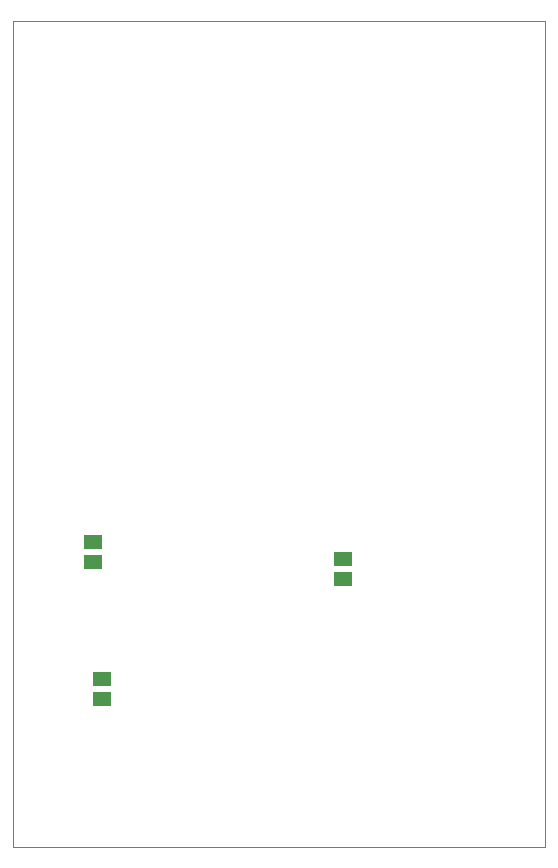
<source format=gtp>
G75*
G70*
%OFA0B0*%
%FSLAX24Y24*%
%IPPOS*%
%LPD*%
%AMOC8*
5,1,8,0,0,1.08239X$1,22.5*
%
%ADD10C,0.0000*%
%ADD11R,0.0591X0.0512*%
D10*
X000192Y000100D02*
X000192Y027659D01*
X017908Y027659D01*
X017908Y000100D01*
X000192Y000100D01*
D11*
X003164Y005041D03*
X003164Y005710D03*
X002849Y009600D03*
X002849Y010269D03*
X011196Y009710D03*
X011196Y009041D03*
M02*

</source>
